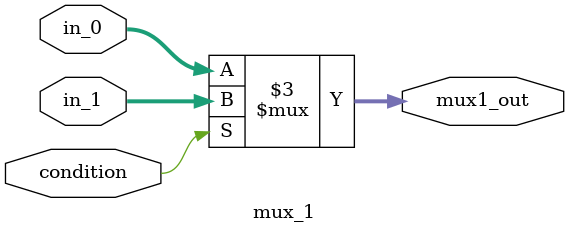
<source format=v>
`timescale 1ns/1ns

module mux_1(

	input condition,
	input [4:0] in_0,
	input [4:0] in_1,

	output reg [4:0] mux1_out
);

always @*
begin
	if (condition)

		mux1_out <= in_1;
	else
		mux1_out <= in_0;
end

endmodule

</source>
